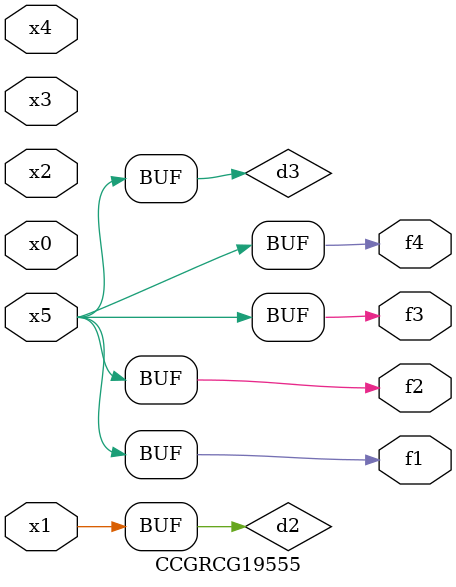
<source format=v>
module CCGRCG19555(
	input x0, x1, x2, x3, x4, x5,
	output f1, f2, f3, f4
);

	wire d1, d2, d3;

	not (d1, x5);
	or (d2, x1);
	xnor (d3, d1);
	assign f1 = d3;
	assign f2 = d3;
	assign f3 = d3;
	assign f4 = d3;
endmodule

</source>
